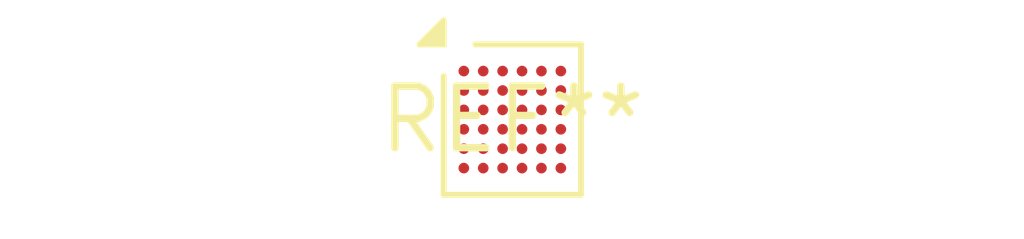
<source format=kicad_pcb>
(kicad_pcb (version 20240108) (generator pcbnew)
  (layers (0 "F.Cu" signal) (31 "B.Cu" signal) (34 "B.Paste" user) (35 "F.Paste" user) (36 "B.SilkS" user "B.Silkscreen") (37 "F.SilkS" user "F.Silkscreen") (38 "B.Mask" user) (39 "F.Mask" user) (44 "Edge.Cuts" user))
  (net 0 "")
  (footprint "ST_WLCSP-36_Die417" (layer "F.Cu") (at 0 0)
    (property "Reference" "REF**")
    (property "Value" "ST_WLCSP-36_Die417")
    (fp_line (start -1.415 1.55) (end -1.415 -0.8975) (layer "F.SilkS") (stroke (width 0.12)))
    (fp_line (start -0.7625 -1.55) (end 1.415 -1.55) (layer "F.SilkS") (stroke (width 0.12)))
    (fp_line (start 1.415 -1.55) (end 1.415 1.55) (layer "F.SilkS") (stroke (width 0.12)))
    (fp_line (start 1.415 1.55) (end -1.415 1.55) (layer "F.SilkS") (stroke (width 0.12)))
    (fp_poly (pts (xy -1.415 -1.55) (xy -1.915 -1.55) (xy -1.415 -2.05) (xy -1.415 -1.55)) (layer "F.SilkS") (stroke (width 0.12)) (fill solid))
    (pad "A1" smd circle (at -1 -1) (size 0.22 0.22) (property pad_prop_bga) (layers "F.Cu" "F.Paste" "F.Mask"))
    (pad "A2" smd circle (at -0.6 -1) (size 0.22 0.22) (property pad_prop_bga) (layers "F.Cu" "F.Paste" "F.Mask"))
    (pad "A3" smd circle (at -0.2 -1) (size 0.22 0.22) (property pad_prop_bga) (layers "F.Cu" "F.Paste" "F.Mask"))
    (pad "A4" smd circle (at 0.2 -1) (size 0.22 0.22) (property pad_prop_bga) (layers "F.Cu" "F.Paste" "F.Mask"))
    (pad "A5" smd circle (at 0.6 -1) (size 0.22 0.22) (property pad_prop_bga) (layers "F.Cu" "F.Paste" "F.Mask"))
    (pad "A6" smd circle (at 1 -1) (size 0.22 0.22) (property pad_prop_bga) (layers "F.Cu" "F.Paste" "F.Mask"))
    (pad "B1" smd circle (at -1 -0.6) (size 0.22 0.22) (property pad_prop_bga) (layers "F.Cu" "F.Paste" "F.Mask"))
    (pad "B2" smd circle (at -0.6 -0.6) (size 0.22 0.22) (property pad_prop_bga) (layers "F.Cu" "F.Paste" "F.Mask"))
    (pad "B3" smd circle (at -0.2 -0.6) (size 0.22 0.22) (property pad_prop_bga) (layers "F.Cu" "F.Paste" "F.Mask"))
    (pad "B4" smd circle (at 0.2 -0.6) (size 0.22 0.22) (property pad_prop_bga) (layers "F.Cu" "F.Paste" "F.Mask"))
    (pad "B5" smd circle (at 0.6 -0.6) (size 0.22 0.22) (property pad_prop_bga) (layers "F.Cu" "F.Paste" "F.Mask"))
    (pad "B6" smd circle (at 1 -0.6) (size 0.22 0.22) (property pad_prop_bga) (layers "F.Cu" "F.Paste" "F.Mask"))
    (pad "C1" smd circle (at -1 -0.2) (size 0.22 0.22) (property pad_prop_bga) (layers "F.Cu" "F.Paste" "F.Mask"))
    (pad "C2" smd circle (at -0.6 -0.2) (size 0.22 0.22) (property pad_prop_bga) (layers "F.Cu" "F.Paste" "F.Mask"))
    (pad "C3" smd circle (at -0.2 -0.2) (size 0.22 0.22) (property pad_prop_bga) (layers "F.Cu" "F.Paste" "F.Mask"))
    (pad "C4" smd circle (at 0.2 -0.2) (size 0.22 0.22) (property pad_prop_bga) (layers "F.Cu" "F.Paste" "F.Mask"))
    (pad "C5" smd circle (at 0.6 -0.2) (size 0.22 0.22) (property pad_prop_bga) (layers "F.Cu" "F.Paste" "F.Mask"))
    (pad "C6" smd circle (at 1 -0.2) (size 0.22 0.22) (property pad_prop_bga) (layers "F.Cu" "F.Paste" "F.Mask"))
    (pad "D1" smd circle (at -1 0.2) (size 0.22 0.22) (property pad_prop_bga) (layers "F.Cu" "F.Paste" "F.Mask"))
    (pad "D2" smd circle (at -0.6 0.2) (size 0.22 0.22) (property pad_prop_bga) (layers "F.Cu" "F.Paste" "F.Mask"))
    (pad "D3" smd circle (at -0.2 0.2) (size 0.22 0.22) (property pad_prop_bga) (layers "F.Cu" "F.Paste" "F.Mask"))
    (pad "D4" smd circle (at 0.2 0.2) (size 0.22 0.22) (property pad_prop_bga) (layers "F.Cu" "F.Paste" "F.Mask"))
    (pad "D5" smd circle (at 0.6 0.2) (size 0.22 0.22) (property pad_prop_bga) (layers "F.Cu" "F.Paste" "F.Mask"))
    (pad "D6" smd circle (at 1 0.2) (size 0.22 0.22) (property pad_prop_bga) (layers "F.Cu" "F.Paste" "F.Mask"))
    (pad "E1" smd circle (at -1 0.6) (size 0.22 0.22) (property pad_prop_bga) (layers "F.Cu" "F.Paste" "F.Mask"))
    (pad "E2" smd circle (at -0.6 0.6) (size 0.22 0.22) (property pad_prop_bga) (layers "F.Cu" "F.Paste" "F.Mask"))
    (pad "E3" smd circle (at -0.2 0.6) (size 0.22 0.22) (property pad_prop_bga) (layers "F.Cu" "F.Paste" "F.Mask"))
    (pad "E4" smd circle (at 0.2 0.6) (size 0.22 0.22) (property pad_prop_bga) (layers "F.Cu" "F.Paste" "F.Mask"))
    (pad "E5" smd circle (at 0.6 0.6) (size 0.22 0.22) (property pad_prop_bga) (layers "F.Cu" "F.Paste" "F.Mask"))
    (pad "E6" smd circle (at 1 0.6) (size 0.22 0.22) (property pad_prop_bga) (layers "F.Cu" "F.Paste" "F.Mask"))
    (pad "F1" smd circle (at -1 1) (size 0.22 0.22) (property pad_prop_bga) (layers "F.Cu" "F.Paste" "F.Mask"))
    (pad "F2" smd circle (at -0.6 1) (size 0.22 0.22) (property pad_prop_bga) (layers "F.Cu" "F.Paste" "F.Mask"))
    (pad "F3" smd circle (at -0.2 1) (size 0.22 0.22) (property pad_prop_bga) (layers "F.Cu" "F.Paste" "F.Mask"))
    (pad "F4" smd circle (at 0.2 1) (size 0.22 0.22) (property pad_prop_bga) (layers "F.Cu" "F.Paste" "F.Mask"))
    (pad "F5" smd circle (at 0.6 1) (size 0.22 0.22) (property pad_prop_bga) (layers "F.Cu" "F.Paste" "F.Mask"))
    (pad "F6" smd circle (at 1 1) (size 0.22 0.22) (property pad_prop_bga) (layers "F.Cu" "F.Paste" "F.Mask"))
  )
)
</source>
